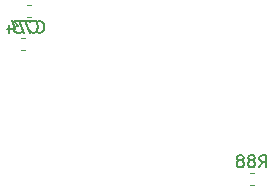
<source format=gbr>
%TF.GenerationSoftware,KiCad,Pcbnew,(5.99.0-3097-g8601b1e63)*%
%TF.CreationDate,2020-09-03T20:39:07+02:00*%
%TF.ProjectId,FD3,4644332e-6b69-4636-9164-5f7063625858,rev?*%
%TF.SameCoordinates,Original*%
%TF.FileFunction,Legend,Bot*%
%TF.FilePolarity,Positive*%
%FSLAX46Y46*%
G04 Gerber Fmt 4.6, Leading zero omitted, Abs format (unit mm)*
G04 Created by KiCad (PCBNEW (5.99.0-3097-g8601b1e63)) date 2020-09-03 20:39:07*
%MOMM*%
%LPD*%
G01*
G04 APERTURE LIST*
%ADD10C,0.150000*%
%ADD11C,0.120000*%
G04 APERTURE END LIST*
D10*
%TO.C,C73*%
X179615357Y-60267142D02*
X179662976Y-60314761D01*
X179805833Y-60362380D01*
X179901071Y-60362380D01*
X180043928Y-60314761D01*
X180139166Y-60219523D01*
X180186785Y-60124285D01*
X180234404Y-59933809D01*
X180234404Y-59790952D01*
X180186785Y-59600476D01*
X180139166Y-59505238D01*
X180043928Y-59410000D01*
X179901071Y-59362380D01*
X179805833Y-59362380D01*
X179662976Y-59410000D01*
X179615357Y-59457619D01*
X179282023Y-59362380D02*
X178615357Y-59362380D01*
X179043928Y-60362380D01*
X178329642Y-59362380D02*
X177710595Y-59362380D01*
X178043928Y-59743333D01*
X177901071Y-59743333D01*
X177805833Y-59790952D01*
X177758214Y-59838571D01*
X177710595Y-59933809D01*
X177710595Y-60171904D01*
X177758214Y-60267142D01*
X177805833Y-60314761D01*
X177901071Y-60362380D01*
X178186785Y-60362380D01*
X178282023Y-60314761D01*
X178329642Y-60267142D01*
%TO.C,C74*%
X179072857Y-60227142D02*
X179120476Y-60274761D01*
X179263333Y-60322380D01*
X179358571Y-60322380D01*
X179501428Y-60274761D01*
X179596666Y-60179523D01*
X179644285Y-60084285D01*
X179691904Y-59893809D01*
X179691904Y-59750952D01*
X179644285Y-59560476D01*
X179596666Y-59465238D01*
X179501428Y-59370000D01*
X179358571Y-59322380D01*
X179263333Y-59322380D01*
X179120476Y-59370000D01*
X179072857Y-59417619D01*
X178739523Y-59322380D02*
X178072857Y-59322380D01*
X178501428Y-60322380D01*
X177263333Y-59655714D02*
X177263333Y-60322380D01*
X177501428Y-59274761D02*
X177739523Y-59989047D01*
X177120476Y-59989047D01*
%TO.C,R88*%
X198455357Y-71722380D02*
X198788690Y-71246190D01*
X199026785Y-71722380D02*
X199026785Y-70722380D01*
X198645833Y-70722380D01*
X198550595Y-70770000D01*
X198502976Y-70817619D01*
X198455357Y-70912857D01*
X198455357Y-71055714D01*
X198502976Y-71150952D01*
X198550595Y-71198571D01*
X198645833Y-71246190D01*
X199026785Y-71246190D01*
X197883928Y-71150952D02*
X197979166Y-71103333D01*
X198026785Y-71055714D01*
X198074404Y-70960476D01*
X198074404Y-70912857D01*
X198026785Y-70817619D01*
X197979166Y-70770000D01*
X197883928Y-70722380D01*
X197693452Y-70722380D01*
X197598214Y-70770000D01*
X197550595Y-70817619D01*
X197502976Y-70912857D01*
X197502976Y-70960476D01*
X197550595Y-71055714D01*
X197598214Y-71103333D01*
X197693452Y-71150952D01*
X197883928Y-71150952D01*
X197979166Y-71198571D01*
X198026785Y-71246190D01*
X198074404Y-71341428D01*
X198074404Y-71531904D01*
X198026785Y-71627142D01*
X197979166Y-71674761D01*
X197883928Y-71722380D01*
X197693452Y-71722380D01*
X197598214Y-71674761D01*
X197550595Y-71627142D01*
X197502976Y-71531904D01*
X197502976Y-71341428D01*
X197550595Y-71246190D01*
X197598214Y-71198571D01*
X197693452Y-71150952D01*
X196931547Y-71150952D02*
X197026785Y-71103333D01*
X197074404Y-71055714D01*
X197122023Y-70960476D01*
X197122023Y-70912857D01*
X197074404Y-70817619D01*
X197026785Y-70770000D01*
X196931547Y-70722380D01*
X196741071Y-70722380D01*
X196645833Y-70770000D01*
X196598214Y-70817619D01*
X196550595Y-70912857D01*
X196550595Y-70960476D01*
X196598214Y-71055714D01*
X196645833Y-71103333D01*
X196741071Y-71150952D01*
X196931547Y-71150952D01*
X197026785Y-71198571D01*
X197074404Y-71246190D01*
X197122023Y-71341428D01*
X197122023Y-71531904D01*
X197074404Y-71627142D01*
X197026785Y-71674761D01*
X196931547Y-71722380D01*
X196741071Y-71722380D01*
X196645833Y-71674761D01*
X196598214Y-71627142D01*
X196550595Y-71531904D01*
X196550595Y-71341428D01*
X196598214Y-71246190D01*
X196645833Y-71198571D01*
X196741071Y-71150952D01*
D11*
%TO.C,C73*%
X178809721Y-57970000D02*
X179135279Y-57970000D01*
X178809721Y-58990000D02*
X179135279Y-58990000D01*
%TO.C,C74*%
X178592779Y-61810000D02*
X178267221Y-61810000D01*
X178592779Y-60790000D02*
X178267221Y-60790000D01*
%TO.C,R88*%
X197975279Y-73210000D02*
X197649721Y-73210000D01*
X197975279Y-72190000D02*
X197649721Y-72190000D01*
%TD*%
M02*

</source>
